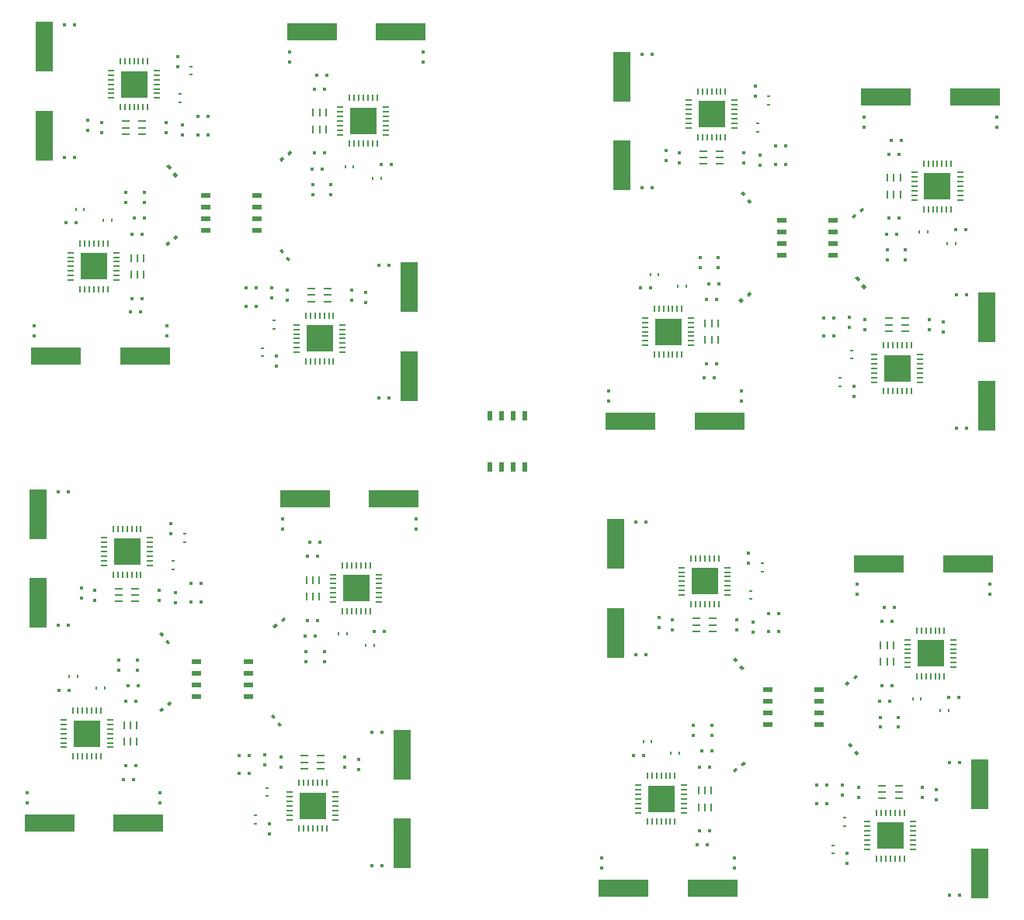
<source format=gbr>
G04 #@! TF.FileFunction,Paste,Top*
%FSLAX46Y46*%
G04 Gerber Fmt 4.6, Leading zero omitted, Abs format (unit mm)*
G04 Created by KiCad (PCBNEW 4.0.2+dfsg1-stable) date Wed 06 Jul 2016 03:59:12 PM CEST*
%MOMM*%
G01*
G04 APERTURE LIST*
%ADD10C,0.100000*%
%ADD11O,0.096520X0.848360*%
%ADD12O,0.848360X0.096520*%
%ADD13R,2.895600X2.895600*%
%ADD14R,0.447600X0.247600*%
%ADD15R,0.447600X0.347600*%
%ADD16R,0.347600X0.447600*%
%ADD17R,0.847600X0.197600*%
%ADD18R,1.948180X5.448300*%
%ADD19R,5.448300X1.948180*%
%ADD20R,0.197600X0.847600*%
%ADD21R,0.247600X0.447600*%
%ADD22R,0.607600X1.117600*%
%ADD23R,1.117600X0.607600*%
G04 APERTURE END LIST*
D10*
D11*
X163001140Y-76500640D03*
X162500760Y-76500640D03*
X162000380Y-76500640D03*
X161500000Y-76500640D03*
X160999620Y-76500640D03*
X160499240Y-76500640D03*
X159998860Y-76500640D03*
D12*
X159000640Y-77498860D03*
X159000640Y-77999240D03*
X159000640Y-78499620D03*
X159000640Y-79000000D03*
X159000640Y-79500380D03*
X159000640Y-80000760D03*
X159000640Y-80501140D03*
D11*
X159998860Y-81499360D03*
X160499240Y-81499360D03*
X160999620Y-81499360D03*
X161500000Y-81499360D03*
X162000380Y-81499360D03*
X162500760Y-81499360D03*
X163001140Y-81499360D03*
D12*
X163999360Y-80501140D03*
X163999360Y-80000760D03*
X163999360Y-79500380D03*
X163999360Y-79000000D03*
X163999360Y-78499620D03*
X163999360Y-77999240D03*
X163999360Y-77498860D03*
D13*
X161500000Y-79000000D03*
D14*
X166500000Y-80050000D03*
X166500000Y-80950000D03*
X167750000Y-77050000D03*
X167750000Y-77950000D03*
D15*
X168450000Y-82500000D03*
X169550000Y-82500000D03*
D10*
G36*
X164586645Y-87497239D02*
X164860557Y-87283235D01*
X165136127Y-87635949D01*
X164862215Y-87849953D01*
X164586645Y-87497239D01*
X164586645Y-87497239D01*
G37*
G36*
X165263873Y-88364051D02*
X165537785Y-88150047D01*
X165813355Y-88502761D01*
X165539443Y-88716765D01*
X165263873Y-88364051D01*
X165263873Y-88364051D01*
G37*
D15*
X169550000Y-84500000D03*
X168450000Y-84500000D03*
D16*
X166750000Y-83450000D03*
X166750000Y-84550000D03*
D15*
X153950000Y-87000000D03*
X155050000Y-87000000D03*
D16*
X165000000Y-83200000D03*
X165000000Y-84300000D03*
D15*
X153950000Y-72500000D03*
X155050000Y-72500000D03*
D16*
X158000000Y-83200000D03*
X158000000Y-84300000D03*
X166250000Y-77050000D03*
X166250000Y-75950000D03*
X156500000Y-82950000D03*
X156500000Y-84050000D03*
D17*
X160600000Y-84450000D03*
X162400000Y-84450000D03*
X160600000Y-83750000D03*
X162400000Y-83750000D03*
X160600000Y-83050000D03*
X162400000Y-83050000D03*
D18*
X151750000Y-74901140D03*
X151750000Y-84598860D03*
D19*
X152651140Y-112500000D03*
X162348860Y-112500000D03*
D20*
X162200000Y-103650000D03*
X162200000Y-101850000D03*
X161500000Y-103650000D03*
X161500000Y-101850000D03*
X160800000Y-103650000D03*
X160800000Y-101850000D03*
D15*
X160700000Y-107750000D03*
X161800000Y-107750000D03*
X154800000Y-98000000D03*
X153700000Y-98000000D03*
X160950000Y-106250000D03*
X162050000Y-106250000D03*
D16*
X150250000Y-110300000D03*
X150250000Y-109200000D03*
D15*
X160950000Y-99250000D03*
X162050000Y-99250000D03*
D16*
X164750000Y-110300000D03*
X164750000Y-109200000D03*
D15*
X161200000Y-97500000D03*
X162300000Y-97500000D03*
D16*
X162250000Y-94700000D03*
X162250000Y-95800000D03*
D10*
G36*
X164747239Y-99863355D02*
X164533235Y-99589443D01*
X164885949Y-99313873D01*
X165099953Y-99587785D01*
X164747239Y-99863355D01*
X164747239Y-99863355D01*
G37*
G36*
X165614051Y-99186127D02*
X165400047Y-98912215D01*
X165752761Y-98636645D01*
X165966765Y-98910557D01*
X165614051Y-99186127D01*
X165614051Y-99186127D01*
G37*
D16*
X160250000Y-95800000D03*
X160250000Y-94700000D03*
D21*
X154800000Y-96500000D03*
X155700000Y-96500000D03*
X157800000Y-97750000D03*
X158700000Y-97750000D03*
D12*
X154250640Y-101248860D03*
X154250640Y-101749240D03*
X154250640Y-102249620D03*
X154250640Y-102750000D03*
X154250640Y-103250380D03*
X154250640Y-103750760D03*
X154250640Y-104251140D03*
D11*
X155248860Y-105249360D03*
X155749240Y-105249360D03*
X156249620Y-105249360D03*
X156750000Y-105249360D03*
X157250380Y-105249360D03*
X157750760Y-105249360D03*
X158251140Y-105249360D03*
D12*
X159249360Y-104251140D03*
X159249360Y-103750760D03*
X159249360Y-103250380D03*
X159249360Y-102750000D03*
X159249360Y-102249620D03*
X159249360Y-101749240D03*
X159249360Y-101248860D03*
D11*
X158251140Y-100250640D03*
X157750760Y-100250640D03*
X157250380Y-100250640D03*
X156750000Y-100250640D03*
X156249620Y-100250640D03*
X155749240Y-100250640D03*
X155248860Y-100250640D03*
D13*
X156750000Y-102750000D03*
D11*
X180248860Y-109249360D03*
X180749240Y-109249360D03*
X181249620Y-109249360D03*
X181750000Y-109249360D03*
X182250380Y-109249360D03*
X182750760Y-109249360D03*
X183251140Y-109249360D03*
D12*
X184249360Y-108251140D03*
X184249360Y-107750760D03*
X184249360Y-107250380D03*
X184249360Y-106750000D03*
X184249360Y-106249620D03*
X184249360Y-105749240D03*
X184249360Y-105248860D03*
D11*
X183251140Y-104250640D03*
X182750760Y-104250640D03*
X182250380Y-104250640D03*
X181750000Y-104250640D03*
X181249620Y-104250640D03*
X180749240Y-104250640D03*
X180248860Y-104250640D03*
D12*
X179250640Y-105248860D03*
X179250640Y-105749240D03*
X179250640Y-106249620D03*
X179250640Y-106750000D03*
X179250640Y-107250380D03*
X179250640Y-107750760D03*
X179250640Y-108251140D03*
D13*
X181750000Y-106750000D03*
D14*
X176750000Y-105700000D03*
X176750000Y-104800000D03*
X175500000Y-108700000D03*
X175500000Y-107800000D03*
D15*
X174800000Y-103250000D03*
X173700000Y-103250000D03*
D10*
G36*
X178313355Y-97802761D02*
X178039443Y-98016765D01*
X177763873Y-97664051D01*
X178037785Y-97450047D01*
X178313355Y-97802761D01*
X178313355Y-97802761D01*
G37*
G36*
X177636127Y-96935949D02*
X177362215Y-97149953D01*
X177086645Y-96797239D01*
X177360557Y-96583235D01*
X177636127Y-96935949D01*
X177636127Y-96935949D01*
G37*
D15*
X173700000Y-101250000D03*
X174800000Y-101250000D03*
D16*
X176500000Y-102300000D03*
X176500000Y-101200000D03*
D15*
X189300000Y-98750000D03*
X188200000Y-98750000D03*
D16*
X178250000Y-102550000D03*
X178250000Y-101450000D03*
D15*
X189300000Y-113250000D03*
X188200000Y-113250000D03*
D16*
X185250000Y-102550000D03*
X185250000Y-101450000D03*
X177000000Y-108700000D03*
X177000000Y-109800000D03*
X186750000Y-102800000D03*
X186750000Y-101700000D03*
D17*
X182650000Y-101300000D03*
X180850000Y-101300000D03*
X182650000Y-102000000D03*
X180850000Y-102000000D03*
X182650000Y-102700000D03*
X180850000Y-102700000D03*
D18*
X191500000Y-110848860D03*
X191500000Y-101151140D03*
D19*
X190223860Y-77125000D03*
X180526140Y-77125000D03*
D20*
X180675000Y-85975000D03*
X180675000Y-87775000D03*
X181375000Y-85975000D03*
X181375000Y-87775000D03*
X182075000Y-85975000D03*
X182075000Y-87775000D03*
D15*
X182175000Y-81875000D03*
X181075000Y-81875000D03*
X188075000Y-91625000D03*
X189175000Y-91625000D03*
X181925000Y-83375000D03*
X180825000Y-83375000D03*
D16*
X192625000Y-79325000D03*
X192625000Y-80425000D03*
D15*
X181925000Y-90375000D03*
X180825000Y-90375000D03*
D16*
X178125000Y-79325000D03*
X178125000Y-80425000D03*
D15*
X181675000Y-92125000D03*
X180575000Y-92125000D03*
D16*
X180625000Y-94925000D03*
X180625000Y-93825000D03*
D10*
G36*
X178002761Y-89186645D02*
X178216765Y-89460557D01*
X177864051Y-89736127D01*
X177650047Y-89462215D01*
X178002761Y-89186645D01*
X178002761Y-89186645D01*
G37*
G36*
X177135949Y-89863873D02*
X177349953Y-90137785D01*
X176997239Y-90413355D01*
X176783235Y-90139443D01*
X177135949Y-89863873D01*
X177135949Y-89863873D01*
G37*
D16*
X182625000Y-93825000D03*
X182625000Y-94925000D03*
D21*
X188075000Y-93125000D03*
X187175000Y-93125000D03*
X185075000Y-91875000D03*
X184175000Y-91875000D03*
D12*
X188624360Y-88376140D03*
X188624360Y-87875760D03*
X188624360Y-87375380D03*
X188624360Y-86875000D03*
X188624360Y-86374620D03*
X188624360Y-85874240D03*
X188624360Y-85373860D03*
D11*
X187626140Y-84375640D03*
X187125760Y-84375640D03*
X186625380Y-84375640D03*
X186125000Y-84375640D03*
X185624620Y-84375640D03*
X185124240Y-84375640D03*
X184623860Y-84375640D03*
D12*
X183625640Y-85373860D03*
X183625640Y-85874240D03*
X183625640Y-86374620D03*
X183625640Y-86875000D03*
X183625640Y-87375380D03*
X183625640Y-87875760D03*
X183625640Y-88376140D03*
D11*
X184623860Y-89374360D03*
X185124240Y-89374360D03*
X185624620Y-89374360D03*
X186125000Y-89374360D03*
X186625380Y-89374360D03*
X187125760Y-89374360D03*
X187626140Y-89374360D03*
D13*
X186125000Y-86875000D03*
D12*
X189374360Y-37376140D03*
X189374360Y-36875760D03*
X189374360Y-36375380D03*
X189374360Y-35875000D03*
X189374360Y-35374620D03*
X189374360Y-34874240D03*
X189374360Y-34373860D03*
D11*
X188376140Y-33375640D03*
X187875760Y-33375640D03*
X187375380Y-33375640D03*
X186875000Y-33375640D03*
X186374620Y-33375640D03*
X185874240Y-33375640D03*
X185373860Y-33375640D03*
D12*
X184375640Y-34373860D03*
X184375640Y-34874240D03*
X184375640Y-35374620D03*
X184375640Y-35875000D03*
X184375640Y-36375380D03*
X184375640Y-36875760D03*
X184375640Y-37376140D03*
D11*
X185373860Y-38374360D03*
X185874240Y-38374360D03*
X186374620Y-38374360D03*
X186875000Y-38374360D03*
X187375380Y-38374360D03*
X187875760Y-38374360D03*
X188376140Y-38374360D03*
D13*
X186875000Y-35875000D03*
D21*
X185825000Y-40875000D03*
X184925000Y-40875000D03*
X188825000Y-42125000D03*
X187925000Y-42125000D03*
D16*
X183375000Y-42825000D03*
X183375000Y-43925000D03*
D10*
G36*
X178702761Y-38186645D02*
X178916765Y-38460557D01*
X178564051Y-38736127D01*
X178350047Y-38462215D01*
X178702761Y-38186645D01*
X178702761Y-38186645D01*
G37*
G36*
X177835949Y-38863873D02*
X178049953Y-39137785D01*
X177697239Y-39413355D01*
X177483235Y-39139443D01*
X177835949Y-38863873D01*
X177835949Y-38863873D01*
G37*
D16*
X181375000Y-43925000D03*
X181375000Y-42825000D03*
D15*
X182425000Y-41125000D03*
X181325000Y-41125000D03*
D16*
X178875000Y-28325000D03*
X178875000Y-29425000D03*
D15*
X182675000Y-39375000D03*
X181575000Y-39375000D03*
D16*
X193375000Y-28325000D03*
X193375000Y-29425000D03*
D15*
X182675000Y-32375000D03*
X181575000Y-32375000D03*
X188825000Y-40625000D03*
X189925000Y-40625000D03*
X182925000Y-30875000D03*
X181825000Y-30875000D03*
D20*
X181425000Y-34975000D03*
X181425000Y-36775000D03*
X182125000Y-34975000D03*
X182125000Y-36775000D03*
X182825000Y-34975000D03*
X182825000Y-36775000D03*
D19*
X190973860Y-26125000D03*
X181276140Y-26125000D03*
D18*
X192250000Y-59848860D03*
X192250000Y-50151140D03*
D17*
X183400000Y-50300000D03*
X181600000Y-50300000D03*
X183400000Y-51000000D03*
X181600000Y-51000000D03*
X183400000Y-51700000D03*
X181600000Y-51700000D03*
D16*
X187500000Y-51800000D03*
X187500000Y-50700000D03*
X177750000Y-57700000D03*
X177750000Y-58800000D03*
X186000000Y-51550000D03*
X186000000Y-50450000D03*
D15*
X190050000Y-62250000D03*
X188950000Y-62250000D03*
D16*
X179000000Y-51550000D03*
X179000000Y-50450000D03*
D15*
X190050000Y-47750000D03*
X188950000Y-47750000D03*
D16*
X177250000Y-51300000D03*
X177250000Y-50200000D03*
D15*
X174450000Y-50250000D03*
X175550000Y-50250000D03*
D10*
G36*
X179113355Y-46902761D02*
X178839443Y-47116765D01*
X178563873Y-46764051D01*
X178837785Y-46550047D01*
X179113355Y-46902761D01*
X179113355Y-46902761D01*
G37*
G36*
X178436127Y-46035949D02*
X178162215Y-46249953D01*
X177886645Y-45897239D01*
X178160557Y-45683235D01*
X178436127Y-46035949D01*
X178436127Y-46035949D01*
G37*
D15*
X175550000Y-52250000D03*
X174450000Y-52250000D03*
D14*
X176250000Y-57700000D03*
X176250000Y-56800000D03*
X177500000Y-54700000D03*
X177500000Y-53800000D03*
D11*
X180998860Y-58249360D03*
X181499240Y-58249360D03*
X181999620Y-58249360D03*
X182500000Y-58249360D03*
X183000380Y-58249360D03*
X183500760Y-58249360D03*
X184001140Y-58249360D03*
D12*
X184999360Y-57251140D03*
X184999360Y-56750760D03*
X184999360Y-56250380D03*
X184999360Y-55750000D03*
X184999360Y-55249620D03*
X184999360Y-54749240D03*
X184999360Y-54248860D03*
D11*
X184001140Y-53250640D03*
X183500760Y-53250640D03*
X183000380Y-53250640D03*
X182500000Y-53250640D03*
X181999620Y-53250640D03*
X181499240Y-53250640D03*
X180998860Y-53250640D03*
D12*
X180000640Y-54248860D03*
X180000640Y-54749240D03*
X180000640Y-55249620D03*
X180000640Y-55750000D03*
X180000640Y-56250380D03*
X180000640Y-56750760D03*
X180000640Y-57251140D03*
D13*
X182500000Y-55750000D03*
D12*
X155000640Y-50248860D03*
X155000640Y-50749240D03*
X155000640Y-51249620D03*
X155000640Y-51750000D03*
X155000640Y-52250380D03*
X155000640Y-52750760D03*
X155000640Y-53251140D03*
D11*
X155998860Y-54249360D03*
X156499240Y-54249360D03*
X156999620Y-54249360D03*
X157500000Y-54249360D03*
X158000380Y-54249360D03*
X158500760Y-54249360D03*
X159001140Y-54249360D03*
D12*
X159999360Y-53251140D03*
X159999360Y-52750760D03*
X159999360Y-52250380D03*
X159999360Y-51750000D03*
X159999360Y-51249620D03*
X159999360Y-50749240D03*
X159999360Y-50248860D03*
D11*
X159001140Y-49250640D03*
X158500760Y-49250640D03*
X158000380Y-49250640D03*
X157500000Y-49250640D03*
X156999620Y-49250640D03*
X156499240Y-49250640D03*
X155998860Y-49250640D03*
D13*
X157500000Y-51750000D03*
D21*
X158550000Y-46750000D03*
X159450000Y-46750000D03*
X155550000Y-45500000D03*
X156450000Y-45500000D03*
D16*
X161000000Y-44800000D03*
X161000000Y-43700000D03*
D10*
G36*
X165397239Y-48613355D02*
X165183235Y-48339443D01*
X165535949Y-48063873D01*
X165749953Y-48337785D01*
X165397239Y-48613355D01*
X165397239Y-48613355D01*
G37*
G36*
X166264051Y-47936127D02*
X166050047Y-47662215D01*
X166402761Y-47386645D01*
X166616765Y-47660557D01*
X166264051Y-47936127D01*
X166264051Y-47936127D01*
G37*
D16*
X163000000Y-43700000D03*
X163000000Y-44800000D03*
D15*
X161950000Y-46500000D03*
X163050000Y-46500000D03*
D16*
X165500000Y-59300000D03*
X165500000Y-58200000D03*
D15*
X161700000Y-48250000D03*
X162800000Y-48250000D03*
D16*
X151000000Y-59300000D03*
X151000000Y-58200000D03*
D15*
X161700000Y-55250000D03*
X162800000Y-55250000D03*
X155550000Y-47000000D03*
X154450000Y-47000000D03*
X161450000Y-56750000D03*
X162550000Y-56750000D03*
D20*
X162950000Y-52650000D03*
X162950000Y-50850000D03*
X162250000Y-52650000D03*
X162250000Y-50850000D03*
X161550000Y-52650000D03*
X161550000Y-50850000D03*
D19*
X153401140Y-61500000D03*
X163098860Y-61500000D03*
D18*
X152500000Y-23901140D03*
X152500000Y-33598860D03*
D17*
X161350000Y-33450000D03*
X163150000Y-33450000D03*
X161350000Y-32750000D03*
X163150000Y-32750000D03*
X161350000Y-32050000D03*
X163150000Y-32050000D03*
D16*
X157250000Y-31950000D03*
X157250000Y-33050000D03*
X167000000Y-26050000D03*
X167000000Y-24950000D03*
X158750000Y-32200000D03*
X158750000Y-33300000D03*
D15*
X154700000Y-21500000D03*
X155800000Y-21500000D03*
D16*
X165750000Y-32200000D03*
X165750000Y-33300000D03*
D15*
X154700000Y-36000000D03*
X155800000Y-36000000D03*
D16*
X167500000Y-32450000D03*
X167500000Y-33550000D03*
D15*
X170300000Y-33500000D03*
X169200000Y-33500000D03*
D10*
G36*
X165386645Y-36597239D02*
X165660557Y-36383235D01*
X165936127Y-36735949D01*
X165662215Y-36949953D01*
X165386645Y-36597239D01*
X165386645Y-36597239D01*
G37*
G36*
X166063873Y-37464051D02*
X166337785Y-37250047D01*
X166613355Y-37602761D01*
X166339443Y-37816765D01*
X166063873Y-37464051D01*
X166063873Y-37464051D01*
G37*
D15*
X169200000Y-31500000D03*
X170300000Y-31500000D03*
D14*
X168500000Y-26050000D03*
X168500000Y-26950000D03*
X167250000Y-29050000D03*
X167250000Y-29950000D03*
D11*
X163751140Y-25500640D03*
X163250760Y-25500640D03*
X162750380Y-25500640D03*
X162250000Y-25500640D03*
X161749620Y-25500640D03*
X161249240Y-25500640D03*
X160748860Y-25500640D03*
D12*
X159750640Y-26498860D03*
X159750640Y-26999240D03*
X159750640Y-27499620D03*
X159750640Y-28000000D03*
X159750640Y-28500380D03*
X159750640Y-29000760D03*
X159750640Y-29501140D03*
D11*
X160748860Y-30499360D03*
X161249240Y-30499360D03*
X161749620Y-30499360D03*
X162250000Y-30499360D03*
X162750380Y-30499360D03*
X163250760Y-30499360D03*
X163751140Y-30499360D03*
D12*
X164749360Y-29501140D03*
X164749360Y-29000760D03*
X164749360Y-28500380D03*
X164749360Y-28000000D03*
X164749360Y-27499620D03*
X164749360Y-26999240D03*
X164749360Y-26498860D03*
D13*
X162250000Y-28000000D03*
D11*
X117248860Y-105999360D03*
X117749240Y-105999360D03*
X118249620Y-105999360D03*
X118750000Y-105999360D03*
X119250380Y-105999360D03*
X119750760Y-105999360D03*
X120251140Y-105999360D03*
D12*
X121249360Y-105001140D03*
X121249360Y-104500760D03*
X121249360Y-104000380D03*
X121249360Y-103500000D03*
X121249360Y-102999620D03*
X121249360Y-102499240D03*
X121249360Y-101998860D03*
D11*
X120251140Y-101000640D03*
X119750760Y-101000640D03*
X119250380Y-101000640D03*
X118750000Y-101000640D03*
X118249620Y-101000640D03*
X117749240Y-101000640D03*
X117248860Y-101000640D03*
D12*
X116250640Y-101998860D03*
X116250640Y-102499240D03*
X116250640Y-102999620D03*
X116250640Y-103500000D03*
X116250640Y-104000380D03*
X116250640Y-104500760D03*
X116250640Y-105001140D03*
D13*
X118750000Y-103500000D03*
D14*
X113750000Y-102450000D03*
X113750000Y-101550000D03*
X112500000Y-105450000D03*
X112500000Y-104550000D03*
D15*
X111800000Y-100000000D03*
X110700000Y-100000000D03*
D10*
G36*
X115413355Y-94702761D02*
X115139443Y-94916765D01*
X114863873Y-94564051D01*
X115137785Y-94350047D01*
X115413355Y-94702761D01*
X115413355Y-94702761D01*
G37*
G36*
X114736127Y-93835949D02*
X114462215Y-94049953D01*
X114186645Y-93697239D01*
X114460557Y-93483235D01*
X114736127Y-93835949D01*
X114736127Y-93835949D01*
G37*
D15*
X110700000Y-98000000D03*
X111800000Y-98000000D03*
D16*
X113500000Y-99050000D03*
X113500000Y-97950000D03*
D15*
X126300000Y-95500000D03*
X125200000Y-95500000D03*
D16*
X115250000Y-99300000D03*
X115250000Y-98200000D03*
D15*
X126300000Y-110000000D03*
X125200000Y-110000000D03*
D16*
X122250000Y-99300000D03*
X122250000Y-98200000D03*
X114000000Y-105450000D03*
X114000000Y-106550000D03*
X123750000Y-99550000D03*
X123750000Y-98450000D03*
D17*
X119650000Y-98050000D03*
X117850000Y-98050000D03*
X119650000Y-98750000D03*
X117850000Y-98750000D03*
X119650000Y-99450000D03*
X117850000Y-99450000D03*
D18*
X128500000Y-107598860D03*
X128500000Y-97901140D03*
D19*
X127598860Y-70000000D03*
X117901140Y-70000000D03*
D20*
X118050000Y-78850000D03*
X118050000Y-80650000D03*
X118750000Y-78850000D03*
X118750000Y-80650000D03*
X119450000Y-78850000D03*
X119450000Y-80650000D03*
D15*
X119550000Y-74750000D03*
X118450000Y-74750000D03*
X125450000Y-84500000D03*
X126550000Y-84500000D03*
X119300000Y-76250000D03*
X118200000Y-76250000D03*
D16*
X130000000Y-72200000D03*
X130000000Y-73300000D03*
D15*
X119300000Y-83250000D03*
X118200000Y-83250000D03*
D16*
X115500000Y-72200000D03*
X115500000Y-73300000D03*
D15*
X119050000Y-85000000D03*
X117950000Y-85000000D03*
D16*
X118000000Y-87800000D03*
X118000000Y-86700000D03*
D10*
G36*
X115602761Y-82886645D02*
X115816765Y-83160557D01*
X115464051Y-83436127D01*
X115250047Y-83162215D01*
X115602761Y-82886645D01*
X115602761Y-82886645D01*
G37*
G36*
X114735949Y-83563873D02*
X114949953Y-83837785D01*
X114597239Y-84113355D01*
X114383235Y-83839443D01*
X114735949Y-83563873D01*
X114735949Y-83563873D01*
G37*
D16*
X120000000Y-86700000D03*
X120000000Y-87800000D03*
D21*
X125450000Y-86000000D03*
X124550000Y-86000000D03*
X122450000Y-84750000D03*
X121550000Y-84750000D03*
D12*
X125999360Y-81251140D03*
X125999360Y-80750760D03*
X125999360Y-80250380D03*
X125999360Y-79750000D03*
X125999360Y-79249620D03*
X125999360Y-78749240D03*
X125999360Y-78248860D03*
D11*
X125001140Y-77250640D03*
X124500760Y-77250640D03*
X124000380Y-77250640D03*
X123500000Y-77250640D03*
X122999620Y-77250640D03*
X122499240Y-77250640D03*
X121998860Y-77250640D03*
D12*
X121000640Y-78248860D03*
X121000640Y-78749240D03*
X121000640Y-79249620D03*
X121000640Y-79750000D03*
X121000640Y-80250380D03*
X121000640Y-80750760D03*
X121000640Y-81251140D03*
D11*
X121998860Y-82249360D03*
X122499240Y-82249360D03*
X122999620Y-82249360D03*
X123500000Y-82249360D03*
X124000380Y-82249360D03*
X124500760Y-82249360D03*
X125001140Y-82249360D03*
D13*
X123500000Y-79750000D03*
D11*
X100001140Y-73250640D03*
X99500760Y-73250640D03*
X99000380Y-73250640D03*
X98500000Y-73250640D03*
X97999620Y-73250640D03*
X97499240Y-73250640D03*
X96998860Y-73250640D03*
D12*
X96000640Y-74248860D03*
X96000640Y-74749240D03*
X96000640Y-75249620D03*
X96000640Y-75750000D03*
X96000640Y-76250380D03*
X96000640Y-76750760D03*
X96000640Y-77251140D03*
D11*
X96998860Y-78249360D03*
X97499240Y-78249360D03*
X97999620Y-78249360D03*
X98500000Y-78249360D03*
X99000380Y-78249360D03*
X99500760Y-78249360D03*
X100001140Y-78249360D03*
D12*
X100999360Y-77251140D03*
X100999360Y-76750760D03*
X100999360Y-76250380D03*
X100999360Y-75750000D03*
X100999360Y-75249620D03*
X100999360Y-74749240D03*
X100999360Y-74248860D03*
D13*
X98500000Y-75750000D03*
D14*
X103500000Y-76800000D03*
X103500000Y-77700000D03*
X104750000Y-73800000D03*
X104750000Y-74700000D03*
D15*
X105450000Y-79250000D03*
X106550000Y-79250000D03*
D10*
G36*
X101986645Y-84697239D02*
X102260557Y-84483235D01*
X102536127Y-84835949D01*
X102262215Y-85049953D01*
X101986645Y-84697239D01*
X101986645Y-84697239D01*
G37*
G36*
X102663873Y-85564051D02*
X102937785Y-85350047D01*
X103213355Y-85702761D01*
X102939443Y-85916765D01*
X102663873Y-85564051D01*
X102663873Y-85564051D01*
G37*
D15*
X106550000Y-81250000D03*
X105450000Y-81250000D03*
D16*
X103750000Y-80200000D03*
X103750000Y-81300000D03*
D15*
X90950000Y-83750000D03*
X92050000Y-83750000D03*
D16*
X102000000Y-79950000D03*
X102000000Y-81050000D03*
D15*
X90950000Y-69250000D03*
X92050000Y-69250000D03*
D16*
X95000000Y-79950000D03*
X95000000Y-81050000D03*
X103250000Y-73800000D03*
X103250000Y-72700000D03*
X93500000Y-79700000D03*
X93500000Y-80800000D03*
D17*
X97600000Y-81200000D03*
X99400000Y-81200000D03*
X97600000Y-80500000D03*
X99400000Y-80500000D03*
X97600000Y-79800000D03*
X99400000Y-79800000D03*
D18*
X88750000Y-71651140D03*
X88750000Y-81348860D03*
D19*
X90026140Y-105375000D03*
X99723860Y-105375000D03*
D20*
X99575000Y-96525000D03*
X99575000Y-94725000D03*
X98875000Y-96525000D03*
X98875000Y-94725000D03*
X98175000Y-96525000D03*
X98175000Y-94725000D03*
D15*
X98075000Y-100625000D03*
X99175000Y-100625000D03*
X92175000Y-90875000D03*
X91075000Y-90875000D03*
X98325000Y-99125000D03*
X99425000Y-99125000D03*
D16*
X87625000Y-103175000D03*
X87625000Y-102075000D03*
D15*
X98325000Y-92125000D03*
X99425000Y-92125000D03*
D16*
X102125000Y-103175000D03*
X102125000Y-102075000D03*
D15*
X98575000Y-90375000D03*
X99675000Y-90375000D03*
D16*
X99625000Y-87575000D03*
X99625000Y-88675000D03*
D10*
G36*
X102197239Y-93313355D02*
X101983235Y-93039443D01*
X102335949Y-92763873D01*
X102549953Y-93037785D01*
X102197239Y-93313355D01*
X102197239Y-93313355D01*
G37*
G36*
X103064051Y-92636127D02*
X102850047Y-92362215D01*
X103202761Y-92086645D01*
X103416765Y-92360557D01*
X103064051Y-92636127D01*
X103064051Y-92636127D01*
G37*
D16*
X97625000Y-88675000D03*
X97625000Y-87575000D03*
D21*
X92175000Y-89375000D03*
X93075000Y-89375000D03*
X95175000Y-90625000D03*
X96075000Y-90625000D03*
D12*
X91625640Y-94123860D03*
X91625640Y-94624240D03*
X91625640Y-95124620D03*
X91625640Y-95625000D03*
X91625640Y-96125380D03*
X91625640Y-96625760D03*
X91625640Y-97126140D03*
D11*
X92623860Y-98124360D03*
X93124240Y-98124360D03*
X93624620Y-98124360D03*
X94125000Y-98124360D03*
X94625380Y-98124360D03*
X95125760Y-98124360D03*
X95626140Y-98124360D03*
D12*
X96624360Y-97126140D03*
X96624360Y-96625760D03*
X96624360Y-96125380D03*
X96624360Y-95625000D03*
X96624360Y-95124620D03*
X96624360Y-94624240D03*
X96624360Y-94123860D03*
D11*
X95626140Y-93125640D03*
X95125760Y-93125640D03*
X94625380Y-93125640D03*
X94125000Y-93125640D03*
X93624620Y-93125640D03*
X93124240Y-93125640D03*
X92623860Y-93125640D03*
D13*
X94125000Y-95625000D03*
D12*
X92375640Y-43123860D03*
X92375640Y-43624240D03*
X92375640Y-44124620D03*
X92375640Y-44625000D03*
X92375640Y-45125380D03*
X92375640Y-45625760D03*
X92375640Y-46126140D03*
D11*
X93373860Y-47124360D03*
X93874240Y-47124360D03*
X94374620Y-47124360D03*
X94875000Y-47124360D03*
X95375380Y-47124360D03*
X95875760Y-47124360D03*
X96376140Y-47124360D03*
D12*
X97374360Y-46126140D03*
X97374360Y-45625760D03*
X97374360Y-45125380D03*
X97374360Y-44625000D03*
X97374360Y-44124620D03*
X97374360Y-43624240D03*
X97374360Y-43123860D03*
D11*
X96376140Y-42125640D03*
X95875760Y-42125640D03*
X95375380Y-42125640D03*
X94875000Y-42125640D03*
X94374620Y-42125640D03*
X93874240Y-42125640D03*
X93373860Y-42125640D03*
D13*
X94875000Y-44625000D03*
D21*
X95925000Y-39625000D03*
X96825000Y-39625000D03*
X92925000Y-38375000D03*
X93825000Y-38375000D03*
D16*
X98375000Y-37675000D03*
X98375000Y-36575000D03*
D10*
G36*
X102897239Y-42413355D02*
X102683235Y-42139443D01*
X103035949Y-41863873D01*
X103249953Y-42137785D01*
X102897239Y-42413355D01*
X102897239Y-42413355D01*
G37*
G36*
X103764051Y-41736127D02*
X103550047Y-41462215D01*
X103902761Y-41186645D01*
X104116765Y-41460557D01*
X103764051Y-41736127D01*
X103764051Y-41736127D01*
G37*
D16*
X100375000Y-36575000D03*
X100375000Y-37675000D03*
D15*
X99325000Y-39375000D03*
X100425000Y-39375000D03*
D16*
X102875000Y-52175000D03*
X102875000Y-51075000D03*
D15*
X99075000Y-41125000D03*
X100175000Y-41125000D03*
D16*
X88375000Y-52175000D03*
X88375000Y-51075000D03*
D15*
X99075000Y-48125000D03*
X100175000Y-48125000D03*
X92925000Y-39875000D03*
X91825000Y-39875000D03*
X98825000Y-49625000D03*
X99925000Y-49625000D03*
D20*
X100325000Y-45525000D03*
X100325000Y-43725000D03*
X99625000Y-45525000D03*
X99625000Y-43725000D03*
X98925000Y-45525000D03*
X98925000Y-43725000D03*
D19*
X90776140Y-54375000D03*
X100473860Y-54375000D03*
D18*
X89500000Y-20651140D03*
X89500000Y-30348860D03*
D17*
X98350000Y-30200000D03*
X100150000Y-30200000D03*
X98350000Y-29500000D03*
X100150000Y-29500000D03*
X98350000Y-28800000D03*
X100150000Y-28800000D03*
D16*
X94250000Y-28700000D03*
X94250000Y-29800000D03*
X104000000Y-22800000D03*
X104000000Y-21700000D03*
X95750000Y-28950000D03*
X95750000Y-30050000D03*
D15*
X91700000Y-18250000D03*
X92800000Y-18250000D03*
D16*
X102750000Y-28950000D03*
X102750000Y-30050000D03*
D15*
X91700000Y-32750000D03*
X92800000Y-32750000D03*
D16*
X104500000Y-29200000D03*
X104500000Y-30300000D03*
D15*
X107300000Y-30250000D03*
X106200000Y-30250000D03*
D10*
G36*
X102786645Y-33697239D02*
X103060557Y-33483235D01*
X103336127Y-33835949D01*
X103062215Y-34049953D01*
X102786645Y-33697239D01*
X102786645Y-33697239D01*
G37*
G36*
X103463873Y-34564051D02*
X103737785Y-34350047D01*
X104013355Y-34702761D01*
X103739443Y-34916765D01*
X103463873Y-34564051D01*
X103463873Y-34564051D01*
G37*
D15*
X106200000Y-28250000D03*
X107300000Y-28250000D03*
D14*
X105500000Y-22800000D03*
X105500000Y-23700000D03*
X104250000Y-25800000D03*
X104250000Y-26700000D03*
D11*
X100751140Y-22250640D03*
X100250760Y-22250640D03*
X99750380Y-22250640D03*
X99250000Y-22250640D03*
X98749620Y-22250640D03*
X98249240Y-22250640D03*
X97748860Y-22250640D03*
D12*
X96750640Y-23248860D03*
X96750640Y-23749240D03*
X96750640Y-24249620D03*
X96750640Y-24750000D03*
X96750640Y-25250380D03*
X96750640Y-25750760D03*
X96750640Y-26251140D03*
D11*
X97748860Y-27249360D03*
X98249240Y-27249360D03*
X98749620Y-27249360D03*
X99250000Y-27249360D03*
X99750380Y-27249360D03*
X100250760Y-27249360D03*
X100751140Y-27249360D03*
D12*
X101749360Y-26251140D03*
X101749360Y-25750760D03*
X101749360Y-25250380D03*
X101749360Y-24750000D03*
X101749360Y-24249620D03*
X101749360Y-23749240D03*
X101749360Y-23248860D03*
D13*
X99250000Y-24750000D03*
D12*
X126749360Y-30251140D03*
X126749360Y-29750760D03*
X126749360Y-29250380D03*
X126749360Y-28750000D03*
X126749360Y-28249620D03*
X126749360Y-27749240D03*
X126749360Y-27248860D03*
D11*
X125751140Y-26250640D03*
X125250760Y-26250640D03*
X124750380Y-26250640D03*
X124250000Y-26250640D03*
X123749620Y-26250640D03*
X123249240Y-26250640D03*
X122748860Y-26250640D03*
D12*
X121750640Y-27248860D03*
X121750640Y-27749240D03*
X121750640Y-28249620D03*
X121750640Y-28750000D03*
X121750640Y-29250380D03*
X121750640Y-29750760D03*
X121750640Y-30251140D03*
D11*
X122748860Y-31249360D03*
X123249240Y-31249360D03*
X123749620Y-31249360D03*
X124250000Y-31249360D03*
X124750380Y-31249360D03*
X125250760Y-31249360D03*
X125751140Y-31249360D03*
D13*
X124250000Y-28750000D03*
D21*
X123200000Y-33750000D03*
X122300000Y-33750000D03*
X126200000Y-35000000D03*
X125300000Y-35000000D03*
D16*
X120750000Y-35700000D03*
X120750000Y-36800000D03*
D10*
G36*
X116302761Y-31986645D02*
X116516765Y-32260557D01*
X116164051Y-32536127D01*
X115950047Y-32262215D01*
X116302761Y-31986645D01*
X116302761Y-31986645D01*
G37*
G36*
X115435949Y-32663873D02*
X115649953Y-32937785D01*
X115297239Y-33213355D01*
X115083235Y-32939443D01*
X115435949Y-32663873D01*
X115435949Y-32663873D01*
G37*
D16*
X118750000Y-36800000D03*
X118750000Y-35700000D03*
D15*
X119800000Y-34000000D03*
X118700000Y-34000000D03*
D16*
X116250000Y-21200000D03*
X116250000Y-22300000D03*
D15*
X120050000Y-32250000D03*
X118950000Y-32250000D03*
D16*
X130750000Y-21200000D03*
X130750000Y-22300000D03*
D15*
X120050000Y-25250000D03*
X118950000Y-25250000D03*
X126200000Y-33500000D03*
X127300000Y-33500000D03*
X120300000Y-23750000D03*
X119200000Y-23750000D03*
D20*
X118800000Y-27850000D03*
X118800000Y-29650000D03*
X119500000Y-27850000D03*
X119500000Y-29650000D03*
X120200000Y-27850000D03*
X120200000Y-29650000D03*
D19*
X128348860Y-19000000D03*
X118651140Y-19000000D03*
D18*
X129250000Y-56598860D03*
X129250000Y-46901140D03*
D17*
X120400000Y-47050000D03*
X118600000Y-47050000D03*
X120400000Y-47750000D03*
X118600000Y-47750000D03*
X120400000Y-48450000D03*
X118600000Y-48450000D03*
D16*
X124500000Y-48550000D03*
X124500000Y-47450000D03*
X114750000Y-54450000D03*
X114750000Y-55550000D03*
X123000000Y-48300000D03*
X123000000Y-47200000D03*
D15*
X127050000Y-59000000D03*
X125950000Y-59000000D03*
D16*
X116000000Y-48300000D03*
X116000000Y-47200000D03*
D15*
X127050000Y-44500000D03*
X125950000Y-44500000D03*
D16*
X114250000Y-48050000D03*
X114250000Y-46950000D03*
D15*
X111450000Y-47000000D03*
X112550000Y-47000000D03*
D10*
G36*
X116313355Y-43902761D02*
X116039443Y-44116765D01*
X115763873Y-43764051D01*
X116037785Y-43550047D01*
X116313355Y-43902761D01*
X116313355Y-43902761D01*
G37*
G36*
X115636127Y-43035949D02*
X115362215Y-43249953D01*
X115086645Y-42897239D01*
X115360557Y-42683235D01*
X115636127Y-43035949D01*
X115636127Y-43035949D01*
G37*
D15*
X112550000Y-49000000D03*
X111450000Y-49000000D03*
D14*
X113250000Y-54450000D03*
X113250000Y-53550000D03*
X114500000Y-51450000D03*
X114500000Y-50550000D03*
D11*
X117998860Y-54999360D03*
X118499240Y-54999360D03*
X118999620Y-54999360D03*
X119500000Y-54999360D03*
X120000380Y-54999360D03*
X120500760Y-54999360D03*
X121001140Y-54999360D03*
D12*
X121999360Y-54001140D03*
X121999360Y-53500760D03*
X121999360Y-53000380D03*
X121999360Y-52500000D03*
X121999360Y-51999620D03*
X121999360Y-51499240D03*
X121999360Y-50998860D03*
D11*
X121001140Y-50000640D03*
X120500760Y-50000640D03*
X120000380Y-50000640D03*
X119500000Y-50000640D03*
X118999620Y-50000640D03*
X118499240Y-50000640D03*
X117998860Y-50000640D03*
D12*
X117000640Y-50998860D03*
X117000640Y-51499240D03*
X117000640Y-51999620D03*
X117000640Y-52500000D03*
X117000640Y-53000380D03*
X117000640Y-53500760D03*
X117000640Y-54001140D03*
D13*
X119500000Y-52500000D03*
D22*
X138095000Y-60945000D03*
X138095000Y-66555000D03*
X139365000Y-60945000D03*
X139365000Y-66555000D03*
X140635000Y-60945000D03*
X140635000Y-66555000D03*
X141905000Y-60945000D03*
X141905000Y-66555000D03*
D23*
X107095000Y-40705000D03*
X112705000Y-40705000D03*
X107095000Y-39435000D03*
X112705000Y-39435000D03*
X107095000Y-38165000D03*
X112705000Y-38165000D03*
X107095000Y-36895000D03*
X112705000Y-36895000D03*
X106095000Y-91605000D03*
X111705000Y-91605000D03*
X106095000Y-90335000D03*
X111705000Y-90335000D03*
X106095000Y-89065000D03*
X111705000Y-89065000D03*
X106095000Y-87795000D03*
X111705000Y-87795000D03*
X175505000Y-39595000D03*
X169895000Y-39595000D03*
X175505000Y-40865000D03*
X169895000Y-40865000D03*
X175505000Y-42135000D03*
X169895000Y-42135000D03*
X175505000Y-43405000D03*
X169895000Y-43405000D03*
X174005000Y-90795000D03*
X168395000Y-90795000D03*
X174005000Y-92065000D03*
X168395000Y-92065000D03*
X174005000Y-93335000D03*
X168395000Y-93335000D03*
X174005000Y-94605000D03*
X168395000Y-94605000D03*
M02*

</source>
